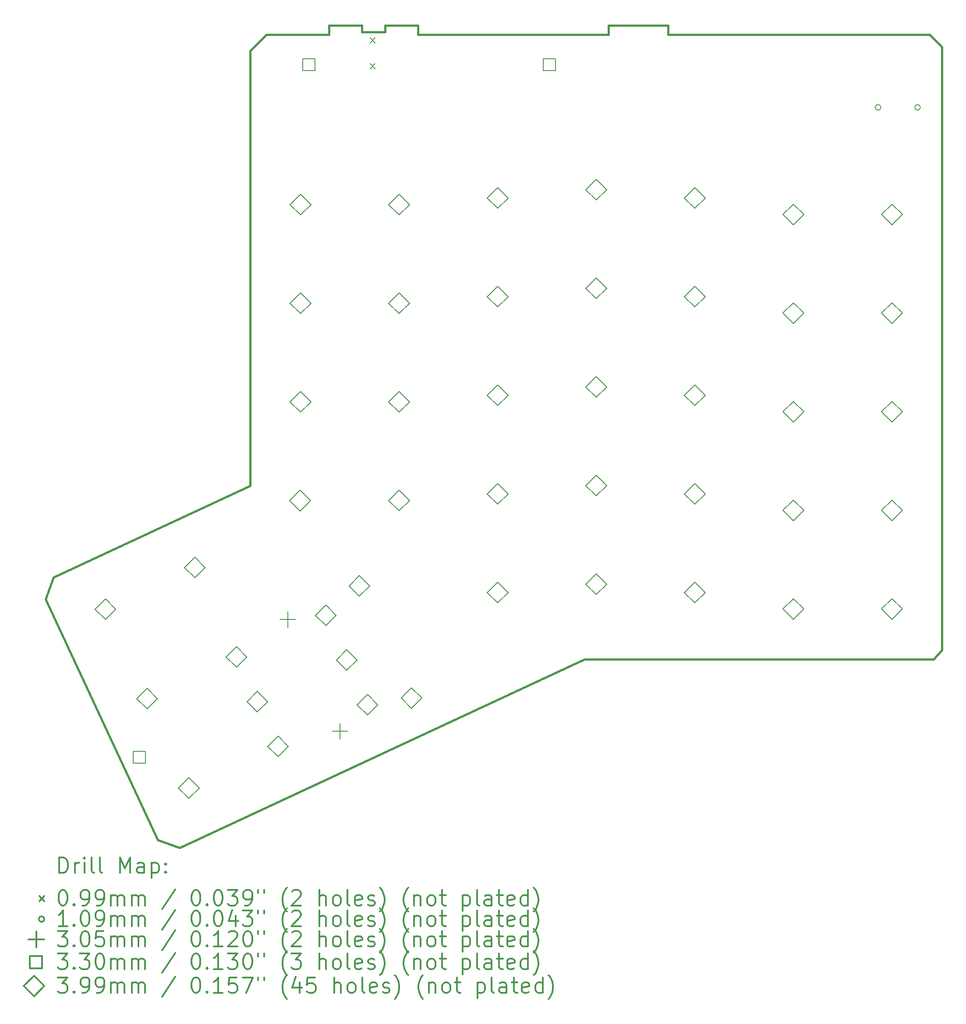
<source format=gbr>
%FSLAX45Y45*%
G04 Gerber Fmt 4.5, Leading zero omitted, Abs format (unit mm)*
G04 Created by KiCad (PCBNEW (5.0.1)-rc2) date 2018-10-24 13:35:15*
%MOMM*%
%LPD*%
G01*
G04 APERTURE LIST*
%ADD10C,0.381000*%
%ADD11C,0.200000*%
%ADD12C,0.300000*%
G04 APERTURE END LIST*
D10*
X12722000Y-15291000D02*
X4902200Y-18935700D01*
X19634200Y-15113000D02*
X19469100Y-15290800D01*
X19634200Y-3467100D02*
X19392900Y-3225800D01*
X12722000Y-15290800D02*
X19469100Y-15290800D01*
X19634200Y-15113000D02*
X19634200Y-3467100D01*
X19392900Y-3225800D02*
X14340840Y-3225800D01*
X14340840Y-3225800D02*
X14340840Y-3048000D01*
X14340840Y-3048000D02*
X13190220Y-3048000D01*
X13190220Y-3048000D02*
X13190220Y-3225800D01*
X13190220Y-3225800D02*
X9504680Y-3225800D01*
X9504680Y-3225800D02*
X9504680Y-3048000D01*
X9504680Y-3048000D02*
X8870950Y-3048000D01*
X8870950Y-3048000D02*
X8870950Y-3175000D01*
X8870950Y-3175000D02*
X8421370Y-3175000D01*
X8421370Y-3175000D02*
X8421370Y-3048000D01*
X8421370Y-3048000D02*
X7787640Y-3048000D01*
X7787640Y-3048000D02*
X7787640Y-3225800D01*
X7787640Y-3225800D02*
X6581140Y-3225800D01*
X6581140Y-3225800D02*
X6261100Y-3543300D01*
X6261100Y-3543300D02*
X6261100Y-11938000D01*
X6261100Y-11938000D02*
X2461768Y-13709650D01*
X2461768Y-13709650D02*
X2308098Y-14131544D01*
X2308098Y-14131544D02*
X4476496Y-18781776D01*
X4476496Y-18781776D02*
X4898390Y-18935192D01*
D11*
X8581390Y-3288030D02*
X8680450Y-3387090D01*
X8680450Y-3288030D02*
X8581390Y-3387090D01*
X8581390Y-3788410D02*
X8680450Y-3887470D01*
X8680450Y-3788410D02*
X8581390Y-3887470D01*
X18455410Y-4633000D02*
G75*
G03X18455410Y-4633000I-54610J0D01*
G01*
X19217410Y-4633000D02*
G75*
G03X19217410Y-4633000I-54610J0D01*
G01*
X6992708Y-14367397D02*
X6992708Y-14672197D01*
X6840308Y-14519797D02*
X7145108Y-14519797D01*
X8001752Y-16531297D02*
X8001752Y-16836097D01*
X7849352Y-16683697D02*
X8154152Y-16683697D01*
X12166674Y-3926674D02*
X12166674Y-3693326D01*
X11933326Y-3693326D01*
X11933326Y-3926674D01*
X12166674Y-3926674D01*
X4239874Y-17301074D02*
X4239874Y-17067726D01*
X4006526Y-17067726D01*
X4006526Y-17301074D01*
X4239874Y-17301074D01*
X7516674Y-3926674D02*
X7516674Y-3693326D01*
X7283326Y-3693326D01*
X7283326Y-3926674D01*
X7516674Y-3926674D01*
X18669000Y-10709656D02*
X18868390Y-10510266D01*
X18669000Y-10310876D01*
X18469610Y-10510266D01*
X18669000Y-10709656D01*
X14859000Y-14202156D02*
X15058390Y-14002766D01*
X14859000Y-13803376D01*
X14659610Y-14002766D01*
X14859000Y-14202156D01*
X6403848Y-16311118D02*
X6603238Y-16111728D01*
X6403848Y-15912338D01*
X6204458Y-16111728D01*
X6403848Y-16311118D01*
X5080000Y-17979390D02*
X5279390Y-17780000D01*
X5080000Y-17580610D01*
X4880610Y-17780000D01*
X5080000Y-17979390D01*
X8130286Y-15505938D02*
X8329676Y-15306548D01*
X8130286Y-15107158D01*
X7930896Y-15306548D01*
X8130286Y-15505938D01*
X8533130Y-16369284D02*
X8732520Y-16169894D01*
X8533130Y-15970504D01*
X8333740Y-16169894D01*
X8533130Y-16369284D01*
X16764000Y-8804656D02*
X16963390Y-8605266D01*
X16764000Y-8405876D01*
X16564610Y-8605266D01*
X16764000Y-8804656D01*
X11049000Y-6582156D02*
X11248390Y-6382766D01*
X11049000Y-6183376D01*
X10849610Y-6382766D01*
X11049000Y-6582156D01*
X7230649Y-12427455D02*
X7430039Y-12228065D01*
X7230649Y-12028675D01*
X7031259Y-12228065D01*
X7230649Y-12427455D01*
X11049000Y-14202156D02*
X11248390Y-14002766D01*
X11049000Y-13803376D01*
X10849610Y-14002766D01*
X11049000Y-14202156D01*
X11049000Y-10392156D02*
X11248390Y-10192766D01*
X11049000Y-9993376D01*
X10849610Y-10192766D01*
X11049000Y-10392156D01*
X11049000Y-8487156D02*
X11248390Y-8287766D01*
X11049000Y-8088376D01*
X10849610Y-8287766D01*
X11049000Y-8487156D01*
X4274820Y-16252698D02*
X4474210Y-16053308D01*
X4274820Y-15853918D01*
X4075430Y-16053308D01*
X4274820Y-16252698D01*
X5196332Y-13721334D02*
X5395722Y-13521944D01*
X5196332Y-13322554D01*
X4996942Y-13521944D01*
X5196332Y-13721334D01*
X12954000Y-8327390D02*
X13153390Y-8128000D01*
X12954000Y-7928610D01*
X12754610Y-8128000D01*
X12954000Y-8327390D01*
X9144000Y-6709410D02*
X9343390Y-6510020D01*
X9144000Y-6310630D01*
X8944610Y-6510020D01*
X9144000Y-6709410D01*
X7239254Y-8615680D02*
X7438644Y-8416290D01*
X7239254Y-8216900D01*
X7039864Y-8416290D01*
X7239254Y-8615680D01*
X16764000Y-10709656D02*
X16963390Y-10510266D01*
X16764000Y-10310876D01*
X16564610Y-10510266D01*
X16764000Y-10709656D01*
X12954000Y-14042390D02*
X13153390Y-13843000D01*
X12954000Y-13643610D01*
X12754610Y-13843000D01*
X12954000Y-14042390D01*
X9144000Y-8614156D02*
X9343390Y-8414766D01*
X9144000Y-8215376D01*
X8944610Y-8414766D01*
X9144000Y-8614156D01*
X6001512Y-15447772D02*
X6200902Y-15248382D01*
X6001512Y-15048992D01*
X5802122Y-15248382D01*
X6001512Y-15447772D01*
X7239000Y-6709410D02*
X7438390Y-6510020D01*
X7239000Y-6310630D01*
X7039610Y-6510020D01*
X7239000Y-6709410D01*
X18669000Y-8804656D02*
X18868390Y-8605266D01*
X18669000Y-8405876D01*
X18469610Y-8605266D01*
X18669000Y-8804656D01*
X9144000Y-12424156D02*
X9343390Y-12224766D01*
X9144000Y-12025376D01*
X8944610Y-12224766D01*
X9144000Y-12424156D01*
X14859000Y-10392156D02*
X15058390Y-10192766D01*
X14859000Y-9993376D01*
X14659610Y-10192766D01*
X14859000Y-10392156D01*
X9144000Y-10519156D02*
X9343390Y-10319766D01*
X9144000Y-10120376D01*
X8944610Y-10319766D01*
X9144000Y-10519156D01*
X3469894Y-14526260D02*
X3669284Y-14326870D01*
X3469894Y-14127480D01*
X3270504Y-14326870D01*
X3469894Y-14526260D01*
X14859000Y-8487156D02*
X15058390Y-8287766D01*
X14859000Y-8088376D01*
X14659610Y-8287766D01*
X14859000Y-8487156D01*
X18669000Y-6899910D02*
X18868390Y-6700520D01*
X18669000Y-6501130D01*
X18469610Y-6700520D01*
X18669000Y-6899910D01*
X7239254Y-10520680D02*
X7438644Y-10321290D01*
X7239254Y-10121900D01*
X7039864Y-10321290D01*
X7239254Y-10520680D01*
X12954000Y-10232390D02*
X13153390Y-10033000D01*
X12954000Y-9833610D01*
X12754610Y-10033000D01*
X12954000Y-10232390D01*
X12954000Y-12137390D02*
X13153390Y-11938000D01*
X12954000Y-11738610D01*
X12754610Y-11938000D01*
X12954000Y-12137390D01*
X18669000Y-14519656D02*
X18868390Y-14320266D01*
X18669000Y-14120876D01*
X18469610Y-14320266D01*
X18669000Y-14519656D01*
X16764000Y-12614656D02*
X16963390Y-12415266D01*
X16764000Y-12215876D01*
X16564610Y-12415266D01*
X16764000Y-12614656D01*
X8373921Y-14075116D02*
X8573311Y-13875726D01*
X8373921Y-13676336D01*
X8174531Y-13875726D01*
X8373921Y-14075116D01*
X9382965Y-16239017D02*
X9582355Y-16039627D01*
X9382965Y-15840237D01*
X9183575Y-16039627D01*
X9382965Y-16239017D01*
X7727950Y-14642592D02*
X7927340Y-14443202D01*
X7727950Y-14243812D01*
X7528560Y-14443202D01*
X7727950Y-14642592D01*
X16764000Y-6899910D02*
X16963390Y-6700520D01*
X16764000Y-6501130D01*
X16564610Y-6700520D01*
X16764000Y-6899910D01*
X18669000Y-12614656D02*
X18868390Y-12415266D01*
X18669000Y-12215876D01*
X18469610Y-12415266D01*
X18669000Y-12614656D01*
X11049000Y-12297156D02*
X11248390Y-12097766D01*
X11049000Y-11898376D01*
X10849610Y-12097766D01*
X11049000Y-12297156D01*
X14859000Y-12297156D02*
X15058390Y-12097766D01*
X14859000Y-11898376D01*
X14659610Y-12097766D01*
X14859000Y-12297156D01*
X16764000Y-14519656D02*
X16963390Y-14320266D01*
X16764000Y-14120876D01*
X16564610Y-14320266D01*
X16764000Y-14519656D01*
X6806438Y-17174210D02*
X7005828Y-16974820D01*
X6806438Y-16775430D01*
X6607048Y-16974820D01*
X6806438Y-17174210D01*
X12954000Y-6422390D02*
X13153390Y-6223000D01*
X12954000Y-6023610D01*
X12754610Y-6223000D01*
X12954000Y-6422390D01*
X14859000Y-6582156D02*
X15058390Y-6382766D01*
X14859000Y-6183376D01*
X14659610Y-6382766D01*
X14859000Y-6582156D01*
D12*
X2575476Y-19420464D02*
X2575476Y-19120464D01*
X2646905Y-19120464D01*
X2689762Y-19134750D01*
X2718334Y-19163322D01*
X2732619Y-19191893D01*
X2746905Y-19249036D01*
X2746905Y-19291893D01*
X2732619Y-19349036D01*
X2718334Y-19377607D01*
X2689762Y-19406179D01*
X2646905Y-19420464D01*
X2575476Y-19420464D01*
X2875476Y-19420464D02*
X2875476Y-19220464D01*
X2875476Y-19277607D02*
X2889762Y-19249036D01*
X2904048Y-19234750D01*
X2932619Y-19220464D01*
X2961191Y-19220464D01*
X3061191Y-19420464D02*
X3061191Y-19220464D01*
X3061191Y-19120464D02*
X3046905Y-19134750D01*
X3061191Y-19149036D01*
X3075476Y-19134750D01*
X3061191Y-19120464D01*
X3061191Y-19149036D01*
X3246905Y-19420464D02*
X3218334Y-19406179D01*
X3204048Y-19377607D01*
X3204048Y-19120464D01*
X3404048Y-19420464D02*
X3375476Y-19406179D01*
X3361191Y-19377607D01*
X3361191Y-19120464D01*
X3746905Y-19420464D02*
X3746905Y-19120464D01*
X3846905Y-19334750D01*
X3946905Y-19120464D01*
X3946905Y-19420464D01*
X4218334Y-19420464D02*
X4218334Y-19263322D01*
X4204048Y-19234750D01*
X4175476Y-19220464D01*
X4118334Y-19220464D01*
X4089762Y-19234750D01*
X4218334Y-19406179D02*
X4189762Y-19420464D01*
X4118334Y-19420464D01*
X4089762Y-19406179D01*
X4075476Y-19377607D01*
X4075476Y-19349036D01*
X4089762Y-19320464D01*
X4118334Y-19306179D01*
X4189762Y-19306179D01*
X4218334Y-19291893D01*
X4361191Y-19220464D02*
X4361191Y-19520464D01*
X4361191Y-19234750D02*
X4389762Y-19220464D01*
X4446905Y-19220464D01*
X4475476Y-19234750D01*
X4489762Y-19249036D01*
X4504048Y-19277607D01*
X4504048Y-19363322D01*
X4489762Y-19391893D01*
X4475476Y-19406179D01*
X4446905Y-19420464D01*
X4389762Y-19420464D01*
X4361191Y-19406179D01*
X4632619Y-19391893D02*
X4646905Y-19406179D01*
X4632619Y-19420464D01*
X4618334Y-19406179D01*
X4632619Y-19391893D01*
X4632619Y-19420464D01*
X4632619Y-19234750D02*
X4646905Y-19249036D01*
X4632619Y-19263322D01*
X4618334Y-19249036D01*
X4632619Y-19234750D01*
X4632619Y-19263322D01*
X2189988Y-19865220D02*
X2289048Y-19964280D01*
X2289048Y-19865220D02*
X2189988Y-19964280D01*
X2632619Y-19750464D02*
X2661191Y-19750464D01*
X2689762Y-19764750D01*
X2704048Y-19779036D01*
X2718334Y-19807607D01*
X2732619Y-19864750D01*
X2732619Y-19936179D01*
X2718334Y-19993322D01*
X2704048Y-20021893D01*
X2689762Y-20036179D01*
X2661191Y-20050464D01*
X2632619Y-20050464D01*
X2604048Y-20036179D01*
X2589762Y-20021893D01*
X2575476Y-19993322D01*
X2561191Y-19936179D01*
X2561191Y-19864750D01*
X2575476Y-19807607D01*
X2589762Y-19779036D01*
X2604048Y-19764750D01*
X2632619Y-19750464D01*
X2861191Y-20021893D02*
X2875476Y-20036179D01*
X2861191Y-20050464D01*
X2846905Y-20036179D01*
X2861191Y-20021893D01*
X2861191Y-20050464D01*
X3018334Y-20050464D02*
X3075476Y-20050464D01*
X3104048Y-20036179D01*
X3118334Y-20021893D01*
X3146905Y-19979036D01*
X3161191Y-19921893D01*
X3161191Y-19807607D01*
X3146905Y-19779036D01*
X3132619Y-19764750D01*
X3104048Y-19750464D01*
X3046905Y-19750464D01*
X3018334Y-19764750D01*
X3004048Y-19779036D01*
X2989762Y-19807607D01*
X2989762Y-19879036D01*
X3004048Y-19907607D01*
X3018334Y-19921893D01*
X3046905Y-19936179D01*
X3104048Y-19936179D01*
X3132619Y-19921893D01*
X3146905Y-19907607D01*
X3161191Y-19879036D01*
X3304048Y-20050464D02*
X3361191Y-20050464D01*
X3389762Y-20036179D01*
X3404048Y-20021893D01*
X3432619Y-19979036D01*
X3446905Y-19921893D01*
X3446905Y-19807607D01*
X3432619Y-19779036D01*
X3418334Y-19764750D01*
X3389762Y-19750464D01*
X3332619Y-19750464D01*
X3304048Y-19764750D01*
X3289762Y-19779036D01*
X3275476Y-19807607D01*
X3275476Y-19879036D01*
X3289762Y-19907607D01*
X3304048Y-19921893D01*
X3332619Y-19936179D01*
X3389762Y-19936179D01*
X3418334Y-19921893D01*
X3432619Y-19907607D01*
X3446905Y-19879036D01*
X3575476Y-20050464D02*
X3575476Y-19850464D01*
X3575476Y-19879036D02*
X3589762Y-19864750D01*
X3618334Y-19850464D01*
X3661191Y-19850464D01*
X3689762Y-19864750D01*
X3704048Y-19893322D01*
X3704048Y-20050464D01*
X3704048Y-19893322D02*
X3718334Y-19864750D01*
X3746905Y-19850464D01*
X3789762Y-19850464D01*
X3818334Y-19864750D01*
X3832619Y-19893322D01*
X3832619Y-20050464D01*
X3975476Y-20050464D02*
X3975476Y-19850464D01*
X3975476Y-19879036D02*
X3989762Y-19864750D01*
X4018334Y-19850464D01*
X4061191Y-19850464D01*
X4089762Y-19864750D01*
X4104048Y-19893322D01*
X4104048Y-20050464D01*
X4104048Y-19893322D02*
X4118334Y-19864750D01*
X4146905Y-19850464D01*
X4189762Y-19850464D01*
X4218334Y-19864750D01*
X4232619Y-19893322D01*
X4232619Y-20050464D01*
X4818334Y-19736179D02*
X4561191Y-20121893D01*
X5204048Y-19750464D02*
X5232619Y-19750464D01*
X5261191Y-19764750D01*
X5275476Y-19779036D01*
X5289762Y-19807607D01*
X5304048Y-19864750D01*
X5304048Y-19936179D01*
X5289762Y-19993322D01*
X5275476Y-20021893D01*
X5261191Y-20036179D01*
X5232619Y-20050464D01*
X5204048Y-20050464D01*
X5175476Y-20036179D01*
X5161191Y-20021893D01*
X5146905Y-19993322D01*
X5132619Y-19936179D01*
X5132619Y-19864750D01*
X5146905Y-19807607D01*
X5161191Y-19779036D01*
X5175476Y-19764750D01*
X5204048Y-19750464D01*
X5432619Y-20021893D02*
X5446905Y-20036179D01*
X5432619Y-20050464D01*
X5418334Y-20036179D01*
X5432619Y-20021893D01*
X5432619Y-20050464D01*
X5632619Y-19750464D02*
X5661191Y-19750464D01*
X5689762Y-19764750D01*
X5704048Y-19779036D01*
X5718334Y-19807607D01*
X5732619Y-19864750D01*
X5732619Y-19936179D01*
X5718334Y-19993322D01*
X5704048Y-20021893D01*
X5689762Y-20036179D01*
X5661191Y-20050464D01*
X5632619Y-20050464D01*
X5604048Y-20036179D01*
X5589762Y-20021893D01*
X5575476Y-19993322D01*
X5561191Y-19936179D01*
X5561191Y-19864750D01*
X5575476Y-19807607D01*
X5589762Y-19779036D01*
X5604048Y-19764750D01*
X5632619Y-19750464D01*
X5832619Y-19750464D02*
X6018334Y-19750464D01*
X5918334Y-19864750D01*
X5961191Y-19864750D01*
X5989762Y-19879036D01*
X6004048Y-19893322D01*
X6018334Y-19921893D01*
X6018334Y-19993322D01*
X6004048Y-20021893D01*
X5989762Y-20036179D01*
X5961191Y-20050464D01*
X5875476Y-20050464D01*
X5846905Y-20036179D01*
X5832619Y-20021893D01*
X6161191Y-20050464D02*
X6218334Y-20050464D01*
X6246905Y-20036179D01*
X6261191Y-20021893D01*
X6289762Y-19979036D01*
X6304048Y-19921893D01*
X6304048Y-19807607D01*
X6289762Y-19779036D01*
X6275476Y-19764750D01*
X6246905Y-19750464D01*
X6189762Y-19750464D01*
X6161191Y-19764750D01*
X6146905Y-19779036D01*
X6132619Y-19807607D01*
X6132619Y-19879036D01*
X6146905Y-19907607D01*
X6161191Y-19921893D01*
X6189762Y-19936179D01*
X6246905Y-19936179D01*
X6275476Y-19921893D01*
X6289762Y-19907607D01*
X6304048Y-19879036D01*
X6418334Y-19750464D02*
X6418334Y-19807607D01*
X6532619Y-19750464D02*
X6532619Y-19807607D01*
X6975476Y-20164750D02*
X6961191Y-20150464D01*
X6932619Y-20107607D01*
X6918334Y-20079036D01*
X6904048Y-20036179D01*
X6889762Y-19964750D01*
X6889762Y-19907607D01*
X6904048Y-19836179D01*
X6918334Y-19793322D01*
X6932619Y-19764750D01*
X6961191Y-19721893D01*
X6975476Y-19707607D01*
X7075476Y-19779036D02*
X7089762Y-19764750D01*
X7118334Y-19750464D01*
X7189762Y-19750464D01*
X7218334Y-19764750D01*
X7232619Y-19779036D01*
X7246905Y-19807607D01*
X7246905Y-19836179D01*
X7232619Y-19879036D01*
X7061191Y-20050464D01*
X7246905Y-20050464D01*
X7604048Y-20050464D02*
X7604048Y-19750464D01*
X7732619Y-20050464D02*
X7732619Y-19893322D01*
X7718334Y-19864750D01*
X7689762Y-19850464D01*
X7646905Y-19850464D01*
X7618334Y-19864750D01*
X7604048Y-19879036D01*
X7918334Y-20050464D02*
X7889762Y-20036179D01*
X7875476Y-20021893D01*
X7861191Y-19993322D01*
X7861191Y-19907607D01*
X7875476Y-19879036D01*
X7889762Y-19864750D01*
X7918334Y-19850464D01*
X7961191Y-19850464D01*
X7989762Y-19864750D01*
X8004048Y-19879036D01*
X8018334Y-19907607D01*
X8018334Y-19993322D01*
X8004048Y-20021893D01*
X7989762Y-20036179D01*
X7961191Y-20050464D01*
X7918334Y-20050464D01*
X8189762Y-20050464D02*
X8161191Y-20036179D01*
X8146905Y-20007607D01*
X8146905Y-19750464D01*
X8418334Y-20036179D02*
X8389762Y-20050464D01*
X8332619Y-20050464D01*
X8304048Y-20036179D01*
X8289762Y-20007607D01*
X8289762Y-19893322D01*
X8304048Y-19864750D01*
X8332619Y-19850464D01*
X8389762Y-19850464D01*
X8418334Y-19864750D01*
X8432619Y-19893322D01*
X8432619Y-19921893D01*
X8289762Y-19950464D01*
X8546905Y-20036179D02*
X8575476Y-20050464D01*
X8632619Y-20050464D01*
X8661191Y-20036179D01*
X8675476Y-20007607D01*
X8675476Y-19993322D01*
X8661191Y-19964750D01*
X8632619Y-19950464D01*
X8589762Y-19950464D01*
X8561191Y-19936179D01*
X8546905Y-19907607D01*
X8546905Y-19893322D01*
X8561191Y-19864750D01*
X8589762Y-19850464D01*
X8632619Y-19850464D01*
X8661191Y-19864750D01*
X8775476Y-20164750D02*
X8789762Y-20150464D01*
X8818334Y-20107607D01*
X8832619Y-20079036D01*
X8846905Y-20036179D01*
X8861191Y-19964750D01*
X8861191Y-19907607D01*
X8846905Y-19836179D01*
X8832619Y-19793322D01*
X8818334Y-19764750D01*
X8789762Y-19721893D01*
X8775476Y-19707607D01*
X9318334Y-20164750D02*
X9304048Y-20150464D01*
X9275476Y-20107607D01*
X9261191Y-20079036D01*
X9246905Y-20036179D01*
X9232619Y-19964750D01*
X9232619Y-19907607D01*
X9246905Y-19836179D01*
X9261191Y-19793322D01*
X9275476Y-19764750D01*
X9304048Y-19721893D01*
X9318334Y-19707607D01*
X9432619Y-19850464D02*
X9432619Y-20050464D01*
X9432619Y-19879036D02*
X9446905Y-19864750D01*
X9475476Y-19850464D01*
X9518334Y-19850464D01*
X9546905Y-19864750D01*
X9561191Y-19893322D01*
X9561191Y-20050464D01*
X9746905Y-20050464D02*
X9718334Y-20036179D01*
X9704048Y-20021893D01*
X9689762Y-19993322D01*
X9689762Y-19907607D01*
X9704048Y-19879036D01*
X9718334Y-19864750D01*
X9746905Y-19850464D01*
X9789762Y-19850464D01*
X9818334Y-19864750D01*
X9832619Y-19879036D01*
X9846905Y-19907607D01*
X9846905Y-19993322D01*
X9832619Y-20021893D01*
X9818334Y-20036179D01*
X9789762Y-20050464D01*
X9746905Y-20050464D01*
X9932619Y-19850464D02*
X10046905Y-19850464D01*
X9975476Y-19750464D02*
X9975476Y-20007607D01*
X9989762Y-20036179D01*
X10018334Y-20050464D01*
X10046905Y-20050464D01*
X10375476Y-19850464D02*
X10375476Y-20150464D01*
X10375476Y-19864750D02*
X10404048Y-19850464D01*
X10461191Y-19850464D01*
X10489762Y-19864750D01*
X10504048Y-19879036D01*
X10518334Y-19907607D01*
X10518334Y-19993322D01*
X10504048Y-20021893D01*
X10489762Y-20036179D01*
X10461191Y-20050464D01*
X10404048Y-20050464D01*
X10375476Y-20036179D01*
X10689762Y-20050464D02*
X10661191Y-20036179D01*
X10646905Y-20007607D01*
X10646905Y-19750464D01*
X10932619Y-20050464D02*
X10932619Y-19893322D01*
X10918334Y-19864750D01*
X10889762Y-19850464D01*
X10832619Y-19850464D01*
X10804048Y-19864750D01*
X10932619Y-20036179D02*
X10904048Y-20050464D01*
X10832619Y-20050464D01*
X10804048Y-20036179D01*
X10789762Y-20007607D01*
X10789762Y-19979036D01*
X10804048Y-19950464D01*
X10832619Y-19936179D01*
X10904048Y-19936179D01*
X10932619Y-19921893D01*
X11032619Y-19850464D02*
X11146905Y-19850464D01*
X11075476Y-19750464D02*
X11075476Y-20007607D01*
X11089762Y-20036179D01*
X11118334Y-20050464D01*
X11146905Y-20050464D01*
X11361191Y-20036179D02*
X11332619Y-20050464D01*
X11275476Y-20050464D01*
X11246905Y-20036179D01*
X11232619Y-20007607D01*
X11232619Y-19893322D01*
X11246905Y-19864750D01*
X11275476Y-19850464D01*
X11332619Y-19850464D01*
X11361191Y-19864750D01*
X11375476Y-19893322D01*
X11375476Y-19921893D01*
X11232619Y-19950464D01*
X11632619Y-20050464D02*
X11632619Y-19750464D01*
X11632619Y-20036179D02*
X11604048Y-20050464D01*
X11546905Y-20050464D01*
X11518334Y-20036179D01*
X11504048Y-20021893D01*
X11489762Y-19993322D01*
X11489762Y-19907607D01*
X11504048Y-19879036D01*
X11518334Y-19864750D01*
X11546905Y-19850464D01*
X11604048Y-19850464D01*
X11632619Y-19864750D01*
X11746905Y-20164750D02*
X11761191Y-20150464D01*
X11789762Y-20107607D01*
X11804048Y-20079036D01*
X11818334Y-20036179D01*
X11832619Y-19964750D01*
X11832619Y-19907607D01*
X11818334Y-19836179D01*
X11804048Y-19793322D01*
X11789762Y-19764750D01*
X11761191Y-19721893D01*
X11746905Y-19707607D01*
X2289048Y-20310750D02*
G75*
G03X2289048Y-20310750I-54610J0D01*
G01*
X2732619Y-20446464D02*
X2561191Y-20446464D01*
X2646905Y-20446464D02*
X2646905Y-20146464D01*
X2618334Y-20189322D01*
X2589762Y-20217893D01*
X2561191Y-20232179D01*
X2861191Y-20417893D02*
X2875476Y-20432179D01*
X2861191Y-20446464D01*
X2846905Y-20432179D01*
X2861191Y-20417893D01*
X2861191Y-20446464D01*
X3061191Y-20146464D02*
X3089762Y-20146464D01*
X3118334Y-20160750D01*
X3132619Y-20175036D01*
X3146905Y-20203607D01*
X3161191Y-20260750D01*
X3161191Y-20332179D01*
X3146905Y-20389322D01*
X3132619Y-20417893D01*
X3118334Y-20432179D01*
X3089762Y-20446464D01*
X3061191Y-20446464D01*
X3032619Y-20432179D01*
X3018334Y-20417893D01*
X3004048Y-20389322D01*
X2989762Y-20332179D01*
X2989762Y-20260750D01*
X3004048Y-20203607D01*
X3018334Y-20175036D01*
X3032619Y-20160750D01*
X3061191Y-20146464D01*
X3304048Y-20446464D02*
X3361191Y-20446464D01*
X3389762Y-20432179D01*
X3404048Y-20417893D01*
X3432619Y-20375036D01*
X3446905Y-20317893D01*
X3446905Y-20203607D01*
X3432619Y-20175036D01*
X3418334Y-20160750D01*
X3389762Y-20146464D01*
X3332619Y-20146464D01*
X3304048Y-20160750D01*
X3289762Y-20175036D01*
X3275476Y-20203607D01*
X3275476Y-20275036D01*
X3289762Y-20303607D01*
X3304048Y-20317893D01*
X3332619Y-20332179D01*
X3389762Y-20332179D01*
X3418334Y-20317893D01*
X3432619Y-20303607D01*
X3446905Y-20275036D01*
X3575476Y-20446464D02*
X3575476Y-20246464D01*
X3575476Y-20275036D02*
X3589762Y-20260750D01*
X3618334Y-20246464D01*
X3661191Y-20246464D01*
X3689762Y-20260750D01*
X3704048Y-20289322D01*
X3704048Y-20446464D01*
X3704048Y-20289322D02*
X3718334Y-20260750D01*
X3746905Y-20246464D01*
X3789762Y-20246464D01*
X3818334Y-20260750D01*
X3832619Y-20289322D01*
X3832619Y-20446464D01*
X3975476Y-20446464D02*
X3975476Y-20246464D01*
X3975476Y-20275036D02*
X3989762Y-20260750D01*
X4018334Y-20246464D01*
X4061191Y-20246464D01*
X4089762Y-20260750D01*
X4104048Y-20289322D01*
X4104048Y-20446464D01*
X4104048Y-20289322D02*
X4118334Y-20260750D01*
X4146905Y-20246464D01*
X4189762Y-20246464D01*
X4218334Y-20260750D01*
X4232619Y-20289322D01*
X4232619Y-20446464D01*
X4818334Y-20132179D02*
X4561191Y-20517893D01*
X5204048Y-20146464D02*
X5232619Y-20146464D01*
X5261191Y-20160750D01*
X5275476Y-20175036D01*
X5289762Y-20203607D01*
X5304048Y-20260750D01*
X5304048Y-20332179D01*
X5289762Y-20389322D01*
X5275476Y-20417893D01*
X5261191Y-20432179D01*
X5232619Y-20446464D01*
X5204048Y-20446464D01*
X5175476Y-20432179D01*
X5161191Y-20417893D01*
X5146905Y-20389322D01*
X5132619Y-20332179D01*
X5132619Y-20260750D01*
X5146905Y-20203607D01*
X5161191Y-20175036D01*
X5175476Y-20160750D01*
X5204048Y-20146464D01*
X5432619Y-20417893D02*
X5446905Y-20432179D01*
X5432619Y-20446464D01*
X5418334Y-20432179D01*
X5432619Y-20417893D01*
X5432619Y-20446464D01*
X5632619Y-20146464D02*
X5661191Y-20146464D01*
X5689762Y-20160750D01*
X5704048Y-20175036D01*
X5718334Y-20203607D01*
X5732619Y-20260750D01*
X5732619Y-20332179D01*
X5718334Y-20389322D01*
X5704048Y-20417893D01*
X5689762Y-20432179D01*
X5661191Y-20446464D01*
X5632619Y-20446464D01*
X5604048Y-20432179D01*
X5589762Y-20417893D01*
X5575476Y-20389322D01*
X5561191Y-20332179D01*
X5561191Y-20260750D01*
X5575476Y-20203607D01*
X5589762Y-20175036D01*
X5604048Y-20160750D01*
X5632619Y-20146464D01*
X5989762Y-20246464D02*
X5989762Y-20446464D01*
X5918334Y-20132179D02*
X5846905Y-20346464D01*
X6032619Y-20346464D01*
X6118334Y-20146464D02*
X6304048Y-20146464D01*
X6204048Y-20260750D01*
X6246905Y-20260750D01*
X6275476Y-20275036D01*
X6289762Y-20289322D01*
X6304048Y-20317893D01*
X6304048Y-20389322D01*
X6289762Y-20417893D01*
X6275476Y-20432179D01*
X6246905Y-20446464D01*
X6161191Y-20446464D01*
X6132619Y-20432179D01*
X6118334Y-20417893D01*
X6418334Y-20146464D02*
X6418334Y-20203607D01*
X6532619Y-20146464D02*
X6532619Y-20203607D01*
X6975476Y-20560750D02*
X6961191Y-20546464D01*
X6932619Y-20503607D01*
X6918334Y-20475036D01*
X6904048Y-20432179D01*
X6889762Y-20360750D01*
X6889762Y-20303607D01*
X6904048Y-20232179D01*
X6918334Y-20189322D01*
X6932619Y-20160750D01*
X6961191Y-20117893D01*
X6975476Y-20103607D01*
X7075476Y-20175036D02*
X7089762Y-20160750D01*
X7118334Y-20146464D01*
X7189762Y-20146464D01*
X7218334Y-20160750D01*
X7232619Y-20175036D01*
X7246905Y-20203607D01*
X7246905Y-20232179D01*
X7232619Y-20275036D01*
X7061191Y-20446464D01*
X7246905Y-20446464D01*
X7604048Y-20446464D02*
X7604048Y-20146464D01*
X7732619Y-20446464D02*
X7732619Y-20289322D01*
X7718334Y-20260750D01*
X7689762Y-20246464D01*
X7646905Y-20246464D01*
X7618334Y-20260750D01*
X7604048Y-20275036D01*
X7918334Y-20446464D02*
X7889762Y-20432179D01*
X7875476Y-20417893D01*
X7861191Y-20389322D01*
X7861191Y-20303607D01*
X7875476Y-20275036D01*
X7889762Y-20260750D01*
X7918334Y-20246464D01*
X7961191Y-20246464D01*
X7989762Y-20260750D01*
X8004048Y-20275036D01*
X8018334Y-20303607D01*
X8018334Y-20389322D01*
X8004048Y-20417893D01*
X7989762Y-20432179D01*
X7961191Y-20446464D01*
X7918334Y-20446464D01*
X8189762Y-20446464D02*
X8161191Y-20432179D01*
X8146905Y-20403607D01*
X8146905Y-20146464D01*
X8418334Y-20432179D02*
X8389762Y-20446464D01*
X8332619Y-20446464D01*
X8304048Y-20432179D01*
X8289762Y-20403607D01*
X8289762Y-20289322D01*
X8304048Y-20260750D01*
X8332619Y-20246464D01*
X8389762Y-20246464D01*
X8418334Y-20260750D01*
X8432619Y-20289322D01*
X8432619Y-20317893D01*
X8289762Y-20346464D01*
X8546905Y-20432179D02*
X8575476Y-20446464D01*
X8632619Y-20446464D01*
X8661191Y-20432179D01*
X8675476Y-20403607D01*
X8675476Y-20389322D01*
X8661191Y-20360750D01*
X8632619Y-20346464D01*
X8589762Y-20346464D01*
X8561191Y-20332179D01*
X8546905Y-20303607D01*
X8546905Y-20289322D01*
X8561191Y-20260750D01*
X8589762Y-20246464D01*
X8632619Y-20246464D01*
X8661191Y-20260750D01*
X8775476Y-20560750D02*
X8789762Y-20546464D01*
X8818334Y-20503607D01*
X8832619Y-20475036D01*
X8846905Y-20432179D01*
X8861191Y-20360750D01*
X8861191Y-20303607D01*
X8846905Y-20232179D01*
X8832619Y-20189322D01*
X8818334Y-20160750D01*
X8789762Y-20117893D01*
X8775476Y-20103607D01*
X9318334Y-20560750D02*
X9304048Y-20546464D01*
X9275476Y-20503607D01*
X9261191Y-20475036D01*
X9246905Y-20432179D01*
X9232619Y-20360750D01*
X9232619Y-20303607D01*
X9246905Y-20232179D01*
X9261191Y-20189322D01*
X9275476Y-20160750D01*
X9304048Y-20117893D01*
X9318334Y-20103607D01*
X9432619Y-20246464D02*
X9432619Y-20446464D01*
X9432619Y-20275036D02*
X9446905Y-20260750D01*
X9475476Y-20246464D01*
X9518334Y-20246464D01*
X9546905Y-20260750D01*
X9561191Y-20289322D01*
X9561191Y-20446464D01*
X9746905Y-20446464D02*
X9718334Y-20432179D01*
X9704048Y-20417893D01*
X9689762Y-20389322D01*
X9689762Y-20303607D01*
X9704048Y-20275036D01*
X9718334Y-20260750D01*
X9746905Y-20246464D01*
X9789762Y-20246464D01*
X9818334Y-20260750D01*
X9832619Y-20275036D01*
X9846905Y-20303607D01*
X9846905Y-20389322D01*
X9832619Y-20417893D01*
X9818334Y-20432179D01*
X9789762Y-20446464D01*
X9746905Y-20446464D01*
X9932619Y-20246464D02*
X10046905Y-20246464D01*
X9975476Y-20146464D02*
X9975476Y-20403607D01*
X9989762Y-20432179D01*
X10018334Y-20446464D01*
X10046905Y-20446464D01*
X10375476Y-20246464D02*
X10375476Y-20546464D01*
X10375476Y-20260750D02*
X10404048Y-20246464D01*
X10461191Y-20246464D01*
X10489762Y-20260750D01*
X10504048Y-20275036D01*
X10518334Y-20303607D01*
X10518334Y-20389322D01*
X10504048Y-20417893D01*
X10489762Y-20432179D01*
X10461191Y-20446464D01*
X10404048Y-20446464D01*
X10375476Y-20432179D01*
X10689762Y-20446464D02*
X10661191Y-20432179D01*
X10646905Y-20403607D01*
X10646905Y-20146464D01*
X10932619Y-20446464D02*
X10932619Y-20289322D01*
X10918334Y-20260750D01*
X10889762Y-20246464D01*
X10832619Y-20246464D01*
X10804048Y-20260750D01*
X10932619Y-20432179D02*
X10904048Y-20446464D01*
X10832619Y-20446464D01*
X10804048Y-20432179D01*
X10789762Y-20403607D01*
X10789762Y-20375036D01*
X10804048Y-20346464D01*
X10832619Y-20332179D01*
X10904048Y-20332179D01*
X10932619Y-20317893D01*
X11032619Y-20246464D02*
X11146905Y-20246464D01*
X11075476Y-20146464D02*
X11075476Y-20403607D01*
X11089762Y-20432179D01*
X11118334Y-20446464D01*
X11146905Y-20446464D01*
X11361191Y-20432179D02*
X11332619Y-20446464D01*
X11275476Y-20446464D01*
X11246905Y-20432179D01*
X11232619Y-20403607D01*
X11232619Y-20289322D01*
X11246905Y-20260750D01*
X11275476Y-20246464D01*
X11332619Y-20246464D01*
X11361191Y-20260750D01*
X11375476Y-20289322D01*
X11375476Y-20317893D01*
X11232619Y-20346464D01*
X11632619Y-20446464D02*
X11632619Y-20146464D01*
X11632619Y-20432179D02*
X11604048Y-20446464D01*
X11546905Y-20446464D01*
X11518334Y-20432179D01*
X11504048Y-20417893D01*
X11489762Y-20389322D01*
X11489762Y-20303607D01*
X11504048Y-20275036D01*
X11518334Y-20260750D01*
X11546905Y-20246464D01*
X11604048Y-20246464D01*
X11632619Y-20260750D01*
X11746905Y-20560750D02*
X11761191Y-20546464D01*
X11789762Y-20503607D01*
X11804048Y-20475036D01*
X11818334Y-20432179D01*
X11832619Y-20360750D01*
X11832619Y-20303607D01*
X11818334Y-20232179D01*
X11804048Y-20189322D01*
X11789762Y-20160750D01*
X11761191Y-20117893D01*
X11746905Y-20103607D01*
X2136648Y-20554350D02*
X2136648Y-20859150D01*
X1984248Y-20706750D02*
X2289048Y-20706750D01*
X2546905Y-20542464D02*
X2732619Y-20542464D01*
X2632619Y-20656750D01*
X2675476Y-20656750D01*
X2704048Y-20671036D01*
X2718334Y-20685322D01*
X2732619Y-20713893D01*
X2732619Y-20785322D01*
X2718334Y-20813893D01*
X2704048Y-20828179D01*
X2675476Y-20842464D01*
X2589762Y-20842464D01*
X2561191Y-20828179D01*
X2546905Y-20813893D01*
X2861191Y-20813893D02*
X2875476Y-20828179D01*
X2861191Y-20842464D01*
X2846905Y-20828179D01*
X2861191Y-20813893D01*
X2861191Y-20842464D01*
X3061191Y-20542464D02*
X3089762Y-20542464D01*
X3118334Y-20556750D01*
X3132619Y-20571036D01*
X3146905Y-20599607D01*
X3161191Y-20656750D01*
X3161191Y-20728179D01*
X3146905Y-20785322D01*
X3132619Y-20813893D01*
X3118334Y-20828179D01*
X3089762Y-20842464D01*
X3061191Y-20842464D01*
X3032619Y-20828179D01*
X3018334Y-20813893D01*
X3004048Y-20785322D01*
X2989762Y-20728179D01*
X2989762Y-20656750D01*
X3004048Y-20599607D01*
X3018334Y-20571036D01*
X3032619Y-20556750D01*
X3061191Y-20542464D01*
X3432619Y-20542464D02*
X3289762Y-20542464D01*
X3275476Y-20685322D01*
X3289762Y-20671036D01*
X3318334Y-20656750D01*
X3389762Y-20656750D01*
X3418334Y-20671036D01*
X3432619Y-20685322D01*
X3446905Y-20713893D01*
X3446905Y-20785322D01*
X3432619Y-20813893D01*
X3418334Y-20828179D01*
X3389762Y-20842464D01*
X3318334Y-20842464D01*
X3289762Y-20828179D01*
X3275476Y-20813893D01*
X3575476Y-20842464D02*
X3575476Y-20642464D01*
X3575476Y-20671036D02*
X3589762Y-20656750D01*
X3618334Y-20642464D01*
X3661191Y-20642464D01*
X3689762Y-20656750D01*
X3704048Y-20685322D01*
X3704048Y-20842464D01*
X3704048Y-20685322D02*
X3718334Y-20656750D01*
X3746905Y-20642464D01*
X3789762Y-20642464D01*
X3818334Y-20656750D01*
X3832619Y-20685322D01*
X3832619Y-20842464D01*
X3975476Y-20842464D02*
X3975476Y-20642464D01*
X3975476Y-20671036D02*
X3989762Y-20656750D01*
X4018334Y-20642464D01*
X4061191Y-20642464D01*
X4089762Y-20656750D01*
X4104048Y-20685322D01*
X4104048Y-20842464D01*
X4104048Y-20685322D02*
X4118334Y-20656750D01*
X4146905Y-20642464D01*
X4189762Y-20642464D01*
X4218334Y-20656750D01*
X4232619Y-20685322D01*
X4232619Y-20842464D01*
X4818334Y-20528179D02*
X4561191Y-20913893D01*
X5204048Y-20542464D02*
X5232619Y-20542464D01*
X5261191Y-20556750D01*
X5275476Y-20571036D01*
X5289762Y-20599607D01*
X5304048Y-20656750D01*
X5304048Y-20728179D01*
X5289762Y-20785322D01*
X5275476Y-20813893D01*
X5261191Y-20828179D01*
X5232619Y-20842464D01*
X5204048Y-20842464D01*
X5175476Y-20828179D01*
X5161191Y-20813893D01*
X5146905Y-20785322D01*
X5132619Y-20728179D01*
X5132619Y-20656750D01*
X5146905Y-20599607D01*
X5161191Y-20571036D01*
X5175476Y-20556750D01*
X5204048Y-20542464D01*
X5432619Y-20813893D02*
X5446905Y-20828179D01*
X5432619Y-20842464D01*
X5418334Y-20828179D01*
X5432619Y-20813893D01*
X5432619Y-20842464D01*
X5732619Y-20842464D02*
X5561191Y-20842464D01*
X5646905Y-20842464D02*
X5646905Y-20542464D01*
X5618334Y-20585322D01*
X5589762Y-20613893D01*
X5561191Y-20628179D01*
X5846905Y-20571036D02*
X5861191Y-20556750D01*
X5889762Y-20542464D01*
X5961191Y-20542464D01*
X5989762Y-20556750D01*
X6004048Y-20571036D01*
X6018334Y-20599607D01*
X6018334Y-20628179D01*
X6004048Y-20671036D01*
X5832619Y-20842464D01*
X6018334Y-20842464D01*
X6204048Y-20542464D02*
X6232619Y-20542464D01*
X6261191Y-20556750D01*
X6275476Y-20571036D01*
X6289762Y-20599607D01*
X6304048Y-20656750D01*
X6304048Y-20728179D01*
X6289762Y-20785322D01*
X6275476Y-20813893D01*
X6261191Y-20828179D01*
X6232619Y-20842464D01*
X6204048Y-20842464D01*
X6175476Y-20828179D01*
X6161191Y-20813893D01*
X6146905Y-20785322D01*
X6132619Y-20728179D01*
X6132619Y-20656750D01*
X6146905Y-20599607D01*
X6161191Y-20571036D01*
X6175476Y-20556750D01*
X6204048Y-20542464D01*
X6418334Y-20542464D02*
X6418334Y-20599607D01*
X6532619Y-20542464D02*
X6532619Y-20599607D01*
X6975476Y-20956750D02*
X6961191Y-20942464D01*
X6932619Y-20899607D01*
X6918334Y-20871036D01*
X6904048Y-20828179D01*
X6889762Y-20756750D01*
X6889762Y-20699607D01*
X6904048Y-20628179D01*
X6918334Y-20585322D01*
X6932619Y-20556750D01*
X6961191Y-20513893D01*
X6975476Y-20499607D01*
X7075476Y-20571036D02*
X7089762Y-20556750D01*
X7118334Y-20542464D01*
X7189762Y-20542464D01*
X7218334Y-20556750D01*
X7232619Y-20571036D01*
X7246905Y-20599607D01*
X7246905Y-20628179D01*
X7232619Y-20671036D01*
X7061191Y-20842464D01*
X7246905Y-20842464D01*
X7604048Y-20842464D02*
X7604048Y-20542464D01*
X7732619Y-20842464D02*
X7732619Y-20685322D01*
X7718334Y-20656750D01*
X7689762Y-20642464D01*
X7646905Y-20642464D01*
X7618334Y-20656750D01*
X7604048Y-20671036D01*
X7918334Y-20842464D02*
X7889762Y-20828179D01*
X7875476Y-20813893D01*
X7861191Y-20785322D01*
X7861191Y-20699607D01*
X7875476Y-20671036D01*
X7889762Y-20656750D01*
X7918334Y-20642464D01*
X7961191Y-20642464D01*
X7989762Y-20656750D01*
X8004048Y-20671036D01*
X8018334Y-20699607D01*
X8018334Y-20785322D01*
X8004048Y-20813893D01*
X7989762Y-20828179D01*
X7961191Y-20842464D01*
X7918334Y-20842464D01*
X8189762Y-20842464D02*
X8161191Y-20828179D01*
X8146905Y-20799607D01*
X8146905Y-20542464D01*
X8418334Y-20828179D02*
X8389762Y-20842464D01*
X8332619Y-20842464D01*
X8304048Y-20828179D01*
X8289762Y-20799607D01*
X8289762Y-20685322D01*
X8304048Y-20656750D01*
X8332619Y-20642464D01*
X8389762Y-20642464D01*
X8418334Y-20656750D01*
X8432619Y-20685322D01*
X8432619Y-20713893D01*
X8289762Y-20742464D01*
X8546905Y-20828179D02*
X8575476Y-20842464D01*
X8632619Y-20842464D01*
X8661191Y-20828179D01*
X8675476Y-20799607D01*
X8675476Y-20785322D01*
X8661191Y-20756750D01*
X8632619Y-20742464D01*
X8589762Y-20742464D01*
X8561191Y-20728179D01*
X8546905Y-20699607D01*
X8546905Y-20685322D01*
X8561191Y-20656750D01*
X8589762Y-20642464D01*
X8632619Y-20642464D01*
X8661191Y-20656750D01*
X8775476Y-20956750D02*
X8789762Y-20942464D01*
X8818334Y-20899607D01*
X8832619Y-20871036D01*
X8846905Y-20828179D01*
X8861191Y-20756750D01*
X8861191Y-20699607D01*
X8846905Y-20628179D01*
X8832619Y-20585322D01*
X8818334Y-20556750D01*
X8789762Y-20513893D01*
X8775476Y-20499607D01*
X9318334Y-20956750D02*
X9304048Y-20942464D01*
X9275476Y-20899607D01*
X9261191Y-20871036D01*
X9246905Y-20828179D01*
X9232619Y-20756750D01*
X9232619Y-20699607D01*
X9246905Y-20628179D01*
X9261191Y-20585322D01*
X9275476Y-20556750D01*
X9304048Y-20513893D01*
X9318334Y-20499607D01*
X9432619Y-20642464D02*
X9432619Y-20842464D01*
X9432619Y-20671036D02*
X9446905Y-20656750D01*
X9475476Y-20642464D01*
X9518334Y-20642464D01*
X9546905Y-20656750D01*
X9561191Y-20685322D01*
X9561191Y-20842464D01*
X9746905Y-20842464D02*
X9718334Y-20828179D01*
X9704048Y-20813893D01*
X9689762Y-20785322D01*
X9689762Y-20699607D01*
X9704048Y-20671036D01*
X9718334Y-20656750D01*
X9746905Y-20642464D01*
X9789762Y-20642464D01*
X9818334Y-20656750D01*
X9832619Y-20671036D01*
X9846905Y-20699607D01*
X9846905Y-20785322D01*
X9832619Y-20813893D01*
X9818334Y-20828179D01*
X9789762Y-20842464D01*
X9746905Y-20842464D01*
X9932619Y-20642464D02*
X10046905Y-20642464D01*
X9975476Y-20542464D02*
X9975476Y-20799607D01*
X9989762Y-20828179D01*
X10018334Y-20842464D01*
X10046905Y-20842464D01*
X10375476Y-20642464D02*
X10375476Y-20942464D01*
X10375476Y-20656750D02*
X10404048Y-20642464D01*
X10461191Y-20642464D01*
X10489762Y-20656750D01*
X10504048Y-20671036D01*
X10518334Y-20699607D01*
X10518334Y-20785322D01*
X10504048Y-20813893D01*
X10489762Y-20828179D01*
X10461191Y-20842464D01*
X10404048Y-20842464D01*
X10375476Y-20828179D01*
X10689762Y-20842464D02*
X10661191Y-20828179D01*
X10646905Y-20799607D01*
X10646905Y-20542464D01*
X10932619Y-20842464D02*
X10932619Y-20685322D01*
X10918334Y-20656750D01*
X10889762Y-20642464D01*
X10832619Y-20642464D01*
X10804048Y-20656750D01*
X10932619Y-20828179D02*
X10904048Y-20842464D01*
X10832619Y-20842464D01*
X10804048Y-20828179D01*
X10789762Y-20799607D01*
X10789762Y-20771036D01*
X10804048Y-20742464D01*
X10832619Y-20728179D01*
X10904048Y-20728179D01*
X10932619Y-20713893D01*
X11032619Y-20642464D02*
X11146905Y-20642464D01*
X11075476Y-20542464D02*
X11075476Y-20799607D01*
X11089762Y-20828179D01*
X11118334Y-20842464D01*
X11146905Y-20842464D01*
X11361191Y-20828179D02*
X11332619Y-20842464D01*
X11275476Y-20842464D01*
X11246905Y-20828179D01*
X11232619Y-20799607D01*
X11232619Y-20685322D01*
X11246905Y-20656750D01*
X11275476Y-20642464D01*
X11332619Y-20642464D01*
X11361191Y-20656750D01*
X11375476Y-20685322D01*
X11375476Y-20713893D01*
X11232619Y-20742464D01*
X11632619Y-20842464D02*
X11632619Y-20542464D01*
X11632619Y-20828179D02*
X11604048Y-20842464D01*
X11546905Y-20842464D01*
X11518334Y-20828179D01*
X11504048Y-20813893D01*
X11489762Y-20785322D01*
X11489762Y-20699607D01*
X11504048Y-20671036D01*
X11518334Y-20656750D01*
X11546905Y-20642464D01*
X11604048Y-20642464D01*
X11632619Y-20656750D01*
X11746905Y-20956750D02*
X11761191Y-20942464D01*
X11789762Y-20899607D01*
X11804048Y-20871036D01*
X11818334Y-20828179D01*
X11832619Y-20756750D01*
X11832619Y-20699607D01*
X11818334Y-20628179D01*
X11804048Y-20585322D01*
X11789762Y-20556750D01*
X11761191Y-20513893D01*
X11746905Y-20499607D01*
X2240722Y-21258224D02*
X2240722Y-21024876D01*
X2007374Y-21024876D01*
X2007374Y-21258224D01*
X2240722Y-21258224D01*
X2546905Y-20977264D02*
X2732619Y-20977264D01*
X2632619Y-21091550D01*
X2675476Y-21091550D01*
X2704048Y-21105836D01*
X2718334Y-21120122D01*
X2732619Y-21148693D01*
X2732619Y-21220122D01*
X2718334Y-21248693D01*
X2704048Y-21262979D01*
X2675476Y-21277264D01*
X2589762Y-21277264D01*
X2561191Y-21262979D01*
X2546905Y-21248693D01*
X2861191Y-21248693D02*
X2875476Y-21262979D01*
X2861191Y-21277264D01*
X2846905Y-21262979D01*
X2861191Y-21248693D01*
X2861191Y-21277264D01*
X2975476Y-20977264D02*
X3161191Y-20977264D01*
X3061191Y-21091550D01*
X3104048Y-21091550D01*
X3132619Y-21105836D01*
X3146905Y-21120122D01*
X3161191Y-21148693D01*
X3161191Y-21220122D01*
X3146905Y-21248693D01*
X3132619Y-21262979D01*
X3104048Y-21277264D01*
X3018334Y-21277264D01*
X2989762Y-21262979D01*
X2975476Y-21248693D01*
X3346905Y-20977264D02*
X3375476Y-20977264D01*
X3404048Y-20991550D01*
X3418334Y-21005836D01*
X3432619Y-21034407D01*
X3446905Y-21091550D01*
X3446905Y-21162979D01*
X3432619Y-21220122D01*
X3418334Y-21248693D01*
X3404048Y-21262979D01*
X3375476Y-21277264D01*
X3346905Y-21277264D01*
X3318334Y-21262979D01*
X3304048Y-21248693D01*
X3289762Y-21220122D01*
X3275476Y-21162979D01*
X3275476Y-21091550D01*
X3289762Y-21034407D01*
X3304048Y-21005836D01*
X3318334Y-20991550D01*
X3346905Y-20977264D01*
X3575476Y-21277264D02*
X3575476Y-21077264D01*
X3575476Y-21105836D02*
X3589762Y-21091550D01*
X3618334Y-21077264D01*
X3661191Y-21077264D01*
X3689762Y-21091550D01*
X3704048Y-21120122D01*
X3704048Y-21277264D01*
X3704048Y-21120122D02*
X3718334Y-21091550D01*
X3746905Y-21077264D01*
X3789762Y-21077264D01*
X3818334Y-21091550D01*
X3832619Y-21120122D01*
X3832619Y-21277264D01*
X3975476Y-21277264D02*
X3975476Y-21077264D01*
X3975476Y-21105836D02*
X3989762Y-21091550D01*
X4018334Y-21077264D01*
X4061191Y-21077264D01*
X4089762Y-21091550D01*
X4104048Y-21120122D01*
X4104048Y-21277264D01*
X4104048Y-21120122D02*
X4118334Y-21091550D01*
X4146905Y-21077264D01*
X4189762Y-21077264D01*
X4218334Y-21091550D01*
X4232619Y-21120122D01*
X4232619Y-21277264D01*
X4818334Y-20962979D02*
X4561191Y-21348693D01*
X5204048Y-20977264D02*
X5232619Y-20977264D01*
X5261191Y-20991550D01*
X5275476Y-21005836D01*
X5289762Y-21034407D01*
X5304048Y-21091550D01*
X5304048Y-21162979D01*
X5289762Y-21220122D01*
X5275476Y-21248693D01*
X5261191Y-21262979D01*
X5232619Y-21277264D01*
X5204048Y-21277264D01*
X5175476Y-21262979D01*
X5161191Y-21248693D01*
X5146905Y-21220122D01*
X5132619Y-21162979D01*
X5132619Y-21091550D01*
X5146905Y-21034407D01*
X5161191Y-21005836D01*
X5175476Y-20991550D01*
X5204048Y-20977264D01*
X5432619Y-21248693D02*
X5446905Y-21262979D01*
X5432619Y-21277264D01*
X5418334Y-21262979D01*
X5432619Y-21248693D01*
X5432619Y-21277264D01*
X5732619Y-21277264D02*
X5561191Y-21277264D01*
X5646905Y-21277264D02*
X5646905Y-20977264D01*
X5618334Y-21020122D01*
X5589762Y-21048693D01*
X5561191Y-21062979D01*
X5832619Y-20977264D02*
X6018334Y-20977264D01*
X5918334Y-21091550D01*
X5961191Y-21091550D01*
X5989762Y-21105836D01*
X6004048Y-21120122D01*
X6018334Y-21148693D01*
X6018334Y-21220122D01*
X6004048Y-21248693D01*
X5989762Y-21262979D01*
X5961191Y-21277264D01*
X5875476Y-21277264D01*
X5846905Y-21262979D01*
X5832619Y-21248693D01*
X6204048Y-20977264D02*
X6232619Y-20977264D01*
X6261191Y-20991550D01*
X6275476Y-21005836D01*
X6289762Y-21034407D01*
X6304048Y-21091550D01*
X6304048Y-21162979D01*
X6289762Y-21220122D01*
X6275476Y-21248693D01*
X6261191Y-21262979D01*
X6232619Y-21277264D01*
X6204048Y-21277264D01*
X6175476Y-21262979D01*
X6161191Y-21248693D01*
X6146905Y-21220122D01*
X6132619Y-21162979D01*
X6132619Y-21091550D01*
X6146905Y-21034407D01*
X6161191Y-21005836D01*
X6175476Y-20991550D01*
X6204048Y-20977264D01*
X6418334Y-20977264D02*
X6418334Y-21034407D01*
X6532619Y-20977264D02*
X6532619Y-21034407D01*
X6975476Y-21391550D02*
X6961191Y-21377264D01*
X6932619Y-21334407D01*
X6918334Y-21305836D01*
X6904048Y-21262979D01*
X6889762Y-21191550D01*
X6889762Y-21134407D01*
X6904048Y-21062979D01*
X6918334Y-21020122D01*
X6932619Y-20991550D01*
X6961191Y-20948693D01*
X6975476Y-20934407D01*
X7061191Y-20977264D02*
X7246905Y-20977264D01*
X7146905Y-21091550D01*
X7189762Y-21091550D01*
X7218334Y-21105836D01*
X7232619Y-21120122D01*
X7246905Y-21148693D01*
X7246905Y-21220122D01*
X7232619Y-21248693D01*
X7218334Y-21262979D01*
X7189762Y-21277264D01*
X7104048Y-21277264D01*
X7075476Y-21262979D01*
X7061191Y-21248693D01*
X7604048Y-21277264D02*
X7604048Y-20977264D01*
X7732619Y-21277264D02*
X7732619Y-21120122D01*
X7718334Y-21091550D01*
X7689762Y-21077264D01*
X7646905Y-21077264D01*
X7618334Y-21091550D01*
X7604048Y-21105836D01*
X7918334Y-21277264D02*
X7889762Y-21262979D01*
X7875476Y-21248693D01*
X7861191Y-21220122D01*
X7861191Y-21134407D01*
X7875476Y-21105836D01*
X7889762Y-21091550D01*
X7918334Y-21077264D01*
X7961191Y-21077264D01*
X7989762Y-21091550D01*
X8004048Y-21105836D01*
X8018334Y-21134407D01*
X8018334Y-21220122D01*
X8004048Y-21248693D01*
X7989762Y-21262979D01*
X7961191Y-21277264D01*
X7918334Y-21277264D01*
X8189762Y-21277264D02*
X8161191Y-21262979D01*
X8146905Y-21234407D01*
X8146905Y-20977264D01*
X8418334Y-21262979D02*
X8389762Y-21277264D01*
X8332619Y-21277264D01*
X8304048Y-21262979D01*
X8289762Y-21234407D01*
X8289762Y-21120122D01*
X8304048Y-21091550D01*
X8332619Y-21077264D01*
X8389762Y-21077264D01*
X8418334Y-21091550D01*
X8432619Y-21120122D01*
X8432619Y-21148693D01*
X8289762Y-21177264D01*
X8546905Y-21262979D02*
X8575476Y-21277264D01*
X8632619Y-21277264D01*
X8661191Y-21262979D01*
X8675476Y-21234407D01*
X8675476Y-21220122D01*
X8661191Y-21191550D01*
X8632619Y-21177264D01*
X8589762Y-21177264D01*
X8561191Y-21162979D01*
X8546905Y-21134407D01*
X8546905Y-21120122D01*
X8561191Y-21091550D01*
X8589762Y-21077264D01*
X8632619Y-21077264D01*
X8661191Y-21091550D01*
X8775476Y-21391550D02*
X8789762Y-21377264D01*
X8818334Y-21334407D01*
X8832619Y-21305836D01*
X8846905Y-21262979D01*
X8861191Y-21191550D01*
X8861191Y-21134407D01*
X8846905Y-21062979D01*
X8832619Y-21020122D01*
X8818334Y-20991550D01*
X8789762Y-20948693D01*
X8775476Y-20934407D01*
X9318334Y-21391550D02*
X9304048Y-21377264D01*
X9275476Y-21334407D01*
X9261191Y-21305836D01*
X9246905Y-21262979D01*
X9232619Y-21191550D01*
X9232619Y-21134407D01*
X9246905Y-21062979D01*
X9261191Y-21020122D01*
X9275476Y-20991550D01*
X9304048Y-20948693D01*
X9318334Y-20934407D01*
X9432619Y-21077264D02*
X9432619Y-21277264D01*
X9432619Y-21105836D02*
X9446905Y-21091550D01*
X9475476Y-21077264D01*
X9518334Y-21077264D01*
X9546905Y-21091550D01*
X9561191Y-21120122D01*
X9561191Y-21277264D01*
X9746905Y-21277264D02*
X9718334Y-21262979D01*
X9704048Y-21248693D01*
X9689762Y-21220122D01*
X9689762Y-21134407D01*
X9704048Y-21105836D01*
X9718334Y-21091550D01*
X9746905Y-21077264D01*
X9789762Y-21077264D01*
X9818334Y-21091550D01*
X9832619Y-21105836D01*
X9846905Y-21134407D01*
X9846905Y-21220122D01*
X9832619Y-21248693D01*
X9818334Y-21262979D01*
X9789762Y-21277264D01*
X9746905Y-21277264D01*
X9932619Y-21077264D02*
X10046905Y-21077264D01*
X9975476Y-20977264D02*
X9975476Y-21234407D01*
X9989762Y-21262979D01*
X10018334Y-21277264D01*
X10046905Y-21277264D01*
X10375476Y-21077264D02*
X10375476Y-21377264D01*
X10375476Y-21091550D02*
X10404048Y-21077264D01*
X10461191Y-21077264D01*
X10489762Y-21091550D01*
X10504048Y-21105836D01*
X10518334Y-21134407D01*
X10518334Y-21220122D01*
X10504048Y-21248693D01*
X10489762Y-21262979D01*
X10461191Y-21277264D01*
X10404048Y-21277264D01*
X10375476Y-21262979D01*
X10689762Y-21277264D02*
X10661191Y-21262979D01*
X10646905Y-21234407D01*
X10646905Y-20977264D01*
X10932619Y-21277264D02*
X10932619Y-21120122D01*
X10918334Y-21091550D01*
X10889762Y-21077264D01*
X10832619Y-21077264D01*
X10804048Y-21091550D01*
X10932619Y-21262979D02*
X10904048Y-21277264D01*
X10832619Y-21277264D01*
X10804048Y-21262979D01*
X10789762Y-21234407D01*
X10789762Y-21205836D01*
X10804048Y-21177264D01*
X10832619Y-21162979D01*
X10904048Y-21162979D01*
X10932619Y-21148693D01*
X11032619Y-21077264D02*
X11146905Y-21077264D01*
X11075476Y-20977264D02*
X11075476Y-21234407D01*
X11089762Y-21262979D01*
X11118334Y-21277264D01*
X11146905Y-21277264D01*
X11361191Y-21262979D02*
X11332619Y-21277264D01*
X11275476Y-21277264D01*
X11246905Y-21262979D01*
X11232619Y-21234407D01*
X11232619Y-21120122D01*
X11246905Y-21091550D01*
X11275476Y-21077264D01*
X11332619Y-21077264D01*
X11361191Y-21091550D01*
X11375476Y-21120122D01*
X11375476Y-21148693D01*
X11232619Y-21177264D01*
X11632619Y-21277264D02*
X11632619Y-20977264D01*
X11632619Y-21262979D02*
X11604048Y-21277264D01*
X11546905Y-21277264D01*
X11518334Y-21262979D01*
X11504048Y-21248693D01*
X11489762Y-21220122D01*
X11489762Y-21134407D01*
X11504048Y-21105836D01*
X11518334Y-21091550D01*
X11546905Y-21077264D01*
X11604048Y-21077264D01*
X11632619Y-21091550D01*
X11746905Y-21391550D02*
X11761191Y-21377264D01*
X11789762Y-21334407D01*
X11804048Y-21305836D01*
X11818334Y-21262979D01*
X11832619Y-21191550D01*
X11832619Y-21134407D01*
X11818334Y-21062979D01*
X11804048Y-21020122D01*
X11789762Y-20991550D01*
X11761191Y-20948693D01*
X11746905Y-20934407D01*
X2089658Y-21800940D02*
X2289048Y-21601550D01*
X2089658Y-21402160D01*
X1890268Y-21601550D01*
X2089658Y-21800940D01*
X2546905Y-21437264D02*
X2732619Y-21437264D01*
X2632619Y-21551550D01*
X2675476Y-21551550D01*
X2704048Y-21565836D01*
X2718334Y-21580122D01*
X2732619Y-21608693D01*
X2732619Y-21680122D01*
X2718334Y-21708693D01*
X2704048Y-21722979D01*
X2675476Y-21737264D01*
X2589762Y-21737264D01*
X2561191Y-21722979D01*
X2546905Y-21708693D01*
X2861191Y-21708693D02*
X2875476Y-21722979D01*
X2861191Y-21737264D01*
X2846905Y-21722979D01*
X2861191Y-21708693D01*
X2861191Y-21737264D01*
X3018334Y-21737264D02*
X3075476Y-21737264D01*
X3104048Y-21722979D01*
X3118334Y-21708693D01*
X3146905Y-21665836D01*
X3161191Y-21608693D01*
X3161191Y-21494407D01*
X3146905Y-21465836D01*
X3132619Y-21451550D01*
X3104048Y-21437264D01*
X3046905Y-21437264D01*
X3018334Y-21451550D01*
X3004048Y-21465836D01*
X2989762Y-21494407D01*
X2989762Y-21565836D01*
X3004048Y-21594407D01*
X3018334Y-21608693D01*
X3046905Y-21622979D01*
X3104048Y-21622979D01*
X3132619Y-21608693D01*
X3146905Y-21594407D01*
X3161191Y-21565836D01*
X3304048Y-21737264D02*
X3361191Y-21737264D01*
X3389762Y-21722979D01*
X3404048Y-21708693D01*
X3432619Y-21665836D01*
X3446905Y-21608693D01*
X3446905Y-21494407D01*
X3432619Y-21465836D01*
X3418334Y-21451550D01*
X3389762Y-21437264D01*
X3332619Y-21437264D01*
X3304048Y-21451550D01*
X3289762Y-21465836D01*
X3275476Y-21494407D01*
X3275476Y-21565836D01*
X3289762Y-21594407D01*
X3304048Y-21608693D01*
X3332619Y-21622979D01*
X3389762Y-21622979D01*
X3418334Y-21608693D01*
X3432619Y-21594407D01*
X3446905Y-21565836D01*
X3575476Y-21737264D02*
X3575476Y-21537264D01*
X3575476Y-21565836D02*
X3589762Y-21551550D01*
X3618334Y-21537264D01*
X3661191Y-21537264D01*
X3689762Y-21551550D01*
X3704048Y-21580122D01*
X3704048Y-21737264D01*
X3704048Y-21580122D02*
X3718334Y-21551550D01*
X3746905Y-21537264D01*
X3789762Y-21537264D01*
X3818334Y-21551550D01*
X3832619Y-21580122D01*
X3832619Y-21737264D01*
X3975476Y-21737264D02*
X3975476Y-21537264D01*
X3975476Y-21565836D02*
X3989762Y-21551550D01*
X4018334Y-21537264D01*
X4061191Y-21537264D01*
X4089762Y-21551550D01*
X4104048Y-21580122D01*
X4104048Y-21737264D01*
X4104048Y-21580122D02*
X4118334Y-21551550D01*
X4146905Y-21537264D01*
X4189762Y-21537264D01*
X4218334Y-21551550D01*
X4232619Y-21580122D01*
X4232619Y-21737264D01*
X4818334Y-21422979D02*
X4561191Y-21808693D01*
X5204048Y-21437264D02*
X5232619Y-21437264D01*
X5261191Y-21451550D01*
X5275476Y-21465836D01*
X5289762Y-21494407D01*
X5304048Y-21551550D01*
X5304048Y-21622979D01*
X5289762Y-21680122D01*
X5275476Y-21708693D01*
X5261191Y-21722979D01*
X5232619Y-21737264D01*
X5204048Y-21737264D01*
X5175476Y-21722979D01*
X5161191Y-21708693D01*
X5146905Y-21680122D01*
X5132619Y-21622979D01*
X5132619Y-21551550D01*
X5146905Y-21494407D01*
X5161191Y-21465836D01*
X5175476Y-21451550D01*
X5204048Y-21437264D01*
X5432619Y-21708693D02*
X5446905Y-21722979D01*
X5432619Y-21737264D01*
X5418334Y-21722979D01*
X5432619Y-21708693D01*
X5432619Y-21737264D01*
X5732619Y-21737264D02*
X5561191Y-21737264D01*
X5646905Y-21737264D02*
X5646905Y-21437264D01*
X5618334Y-21480122D01*
X5589762Y-21508693D01*
X5561191Y-21522979D01*
X6004048Y-21437264D02*
X5861191Y-21437264D01*
X5846905Y-21580122D01*
X5861191Y-21565836D01*
X5889762Y-21551550D01*
X5961191Y-21551550D01*
X5989762Y-21565836D01*
X6004048Y-21580122D01*
X6018334Y-21608693D01*
X6018334Y-21680122D01*
X6004048Y-21708693D01*
X5989762Y-21722979D01*
X5961191Y-21737264D01*
X5889762Y-21737264D01*
X5861191Y-21722979D01*
X5846905Y-21708693D01*
X6118334Y-21437264D02*
X6318334Y-21437264D01*
X6189762Y-21737264D01*
X6418334Y-21437264D02*
X6418334Y-21494407D01*
X6532619Y-21437264D02*
X6532619Y-21494407D01*
X6975476Y-21851550D02*
X6961191Y-21837264D01*
X6932619Y-21794407D01*
X6918334Y-21765836D01*
X6904048Y-21722979D01*
X6889762Y-21651550D01*
X6889762Y-21594407D01*
X6904048Y-21522979D01*
X6918334Y-21480122D01*
X6932619Y-21451550D01*
X6961191Y-21408693D01*
X6975476Y-21394407D01*
X7218334Y-21537264D02*
X7218334Y-21737264D01*
X7146905Y-21422979D02*
X7075476Y-21637264D01*
X7261191Y-21637264D01*
X7518334Y-21437264D02*
X7375476Y-21437264D01*
X7361191Y-21580122D01*
X7375476Y-21565836D01*
X7404048Y-21551550D01*
X7475476Y-21551550D01*
X7504048Y-21565836D01*
X7518334Y-21580122D01*
X7532619Y-21608693D01*
X7532619Y-21680122D01*
X7518334Y-21708693D01*
X7504048Y-21722979D01*
X7475476Y-21737264D01*
X7404048Y-21737264D01*
X7375476Y-21722979D01*
X7361191Y-21708693D01*
X7889762Y-21737264D02*
X7889762Y-21437264D01*
X8018334Y-21737264D02*
X8018334Y-21580122D01*
X8004048Y-21551550D01*
X7975476Y-21537264D01*
X7932619Y-21537264D01*
X7904048Y-21551550D01*
X7889762Y-21565836D01*
X8204048Y-21737264D02*
X8175476Y-21722979D01*
X8161191Y-21708693D01*
X8146905Y-21680122D01*
X8146905Y-21594407D01*
X8161191Y-21565836D01*
X8175476Y-21551550D01*
X8204048Y-21537264D01*
X8246905Y-21537264D01*
X8275476Y-21551550D01*
X8289762Y-21565836D01*
X8304048Y-21594407D01*
X8304048Y-21680122D01*
X8289762Y-21708693D01*
X8275476Y-21722979D01*
X8246905Y-21737264D01*
X8204048Y-21737264D01*
X8475476Y-21737264D02*
X8446905Y-21722979D01*
X8432619Y-21694407D01*
X8432619Y-21437264D01*
X8704048Y-21722979D02*
X8675476Y-21737264D01*
X8618334Y-21737264D01*
X8589762Y-21722979D01*
X8575476Y-21694407D01*
X8575476Y-21580122D01*
X8589762Y-21551550D01*
X8618334Y-21537264D01*
X8675476Y-21537264D01*
X8704048Y-21551550D01*
X8718334Y-21580122D01*
X8718334Y-21608693D01*
X8575476Y-21637264D01*
X8832619Y-21722979D02*
X8861191Y-21737264D01*
X8918334Y-21737264D01*
X8946905Y-21722979D01*
X8961191Y-21694407D01*
X8961191Y-21680122D01*
X8946905Y-21651550D01*
X8918334Y-21637264D01*
X8875476Y-21637264D01*
X8846905Y-21622979D01*
X8832619Y-21594407D01*
X8832619Y-21580122D01*
X8846905Y-21551550D01*
X8875476Y-21537264D01*
X8918334Y-21537264D01*
X8946905Y-21551550D01*
X9061191Y-21851550D02*
X9075476Y-21837264D01*
X9104048Y-21794407D01*
X9118334Y-21765836D01*
X9132619Y-21722979D01*
X9146905Y-21651550D01*
X9146905Y-21594407D01*
X9132619Y-21522979D01*
X9118334Y-21480122D01*
X9104048Y-21451550D01*
X9075476Y-21408693D01*
X9061191Y-21394407D01*
X9604048Y-21851550D02*
X9589762Y-21837264D01*
X9561191Y-21794407D01*
X9546905Y-21765836D01*
X9532619Y-21722979D01*
X9518334Y-21651550D01*
X9518334Y-21594407D01*
X9532619Y-21522979D01*
X9546905Y-21480122D01*
X9561191Y-21451550D01*
X9589762Y-21408693D01*
X9604048Y-21394407D01*
X9718334Y-21537264D02*
X9718334Y-21737264D01*
X9718334Y-21565836D02*
X9732619Y-21551550D01*
X9761191Y-21537264D01*
X9804048Y-21537264D01*
X9832619Y-21551550D01*
X9846905Y-21580122D01*
X9846905Y-21737264D01*
X10032619Y-21737264D02*
X10004048Y-21722979D01*
X9989762Y-21708693D01*
X9975476Y-21680122D01*
X9975476Y-21594407D01*
X9989762Y-21565836D01*
X10004048Y-21551550D01*
X10032619Y-21537264D01*
X10075476Y-21537264D01*
X10104048Y-21551550D01*
X10118334Y-21565836D01*
X10132619Y-21594407D01*
X10132619Y-21680122D01*
X10118334Y-21708693D01*
X10104048Y-21722979D01*
X10075476Y-21737264D01*
X10032619Y-21737264D01*
X10218334Y-21537264D02*
X10332619Y-21537264D01*
X10261191Y-21437264D02*
X10261191Y-21694407D01*
X10275476Y-21722979D01*
X10304048Y-21737264D01*
X10332619Y-21737264D01*
X10661191Y-21537264D02*
X10661191Y-21837264D01*
X10661191Y-21551550D02*
X10689762Y-21537264D01*
X10746905Y-21537264D01*
X10775476Y-21551550D01*
X10789762Y-21565836D01*
X10804048Y-21594407D01*
X10804048Y-21680122D01*
X10789762Y-21708693D01*
X10775476Y-21722979D01*
X10746905Y-21737264D01*
X10689762Y-21737264D01*
X10661191Y-21722979D01*
X10975476Y-21737264D02*
X10946905Y-21722979D01*
X10932619Y-21694407D01*
X10932619Y-21437264D01*
X11218334Y-21737264D02*
X11218334Y-21580122D01*
X11204048Y-21551550D01*
X11175476Y-21537264D01*
X11118334Y-21537264D01*
X11089762Y-21551550D01*
X11218334Y-21722979D02*
X11189762Y-21737264D01*
X11118334Y-21737264D01*
X11089762Y-21722979D01*
X11075476Y-21694407D01*
X11075476Y-21665836D01*
X11089762Y-21637264D01*
X11118334Y-21622979D01*
X11189762Y-21622979D01*
X11218334Y-21608693D01*
X11318334Y-21537264D02*
X11432619Y-21537264D01*
X11361191Y-21437264D02*
X11361191Y-21694407D01*
X11375476Y-21722979D01*
X11404048Y-21737264D01*
X11432619Y-21737264D01*
X11646905Y-21722979D02*
X11618334Y-21737264D01*
X11561191Y-21737264D01*
X11532619Y-21722979D01*
X11518334Y-21694407D01*
X11518334Y-21580122D01*
X11532619Y-21551550D01*
X11561191Y-21537264D01*
X11618334Y-21537264D01*
X11646905Y-21551550D01*
X11661191Y-21580122D01*
X11661191Y-21608693D01*
X11518334Y-21637264D01*
X11918334Y-21737264D02*
X11918334Y-21437264D01*
X11918334Y-21722979D02*
X11889762Y-21737264D01*
X11832619Y-21737264D01*
X11804048Y-21722979D01*
X11789762Y-21708693D01*
X11775476Y-21680122D01*
X11775476Y-21594407D01*
X11789762Y-21565836D01*
X11804048Y-21551550D01*
X11832619Y-21537264D01*
X11889762Y-21537264D01*
X11918334Y-21551550D01*
X12032619Y-21851550D02*
X12046905Y-21837264D01*
X12075476Y-21794407D01*
X12089762Y-21765836D01*
X12104048Y-21722979D01*
X12118334Y-21651550D01*
X12118334Y-21594407D01*
X12104048Y-21522979D01*
X12089762Y-21480122D01*
X12075476Y-21451550D01*
X12046905Y-21408693D01*
X12032619Y-21394407D01*
M02*

</source>
